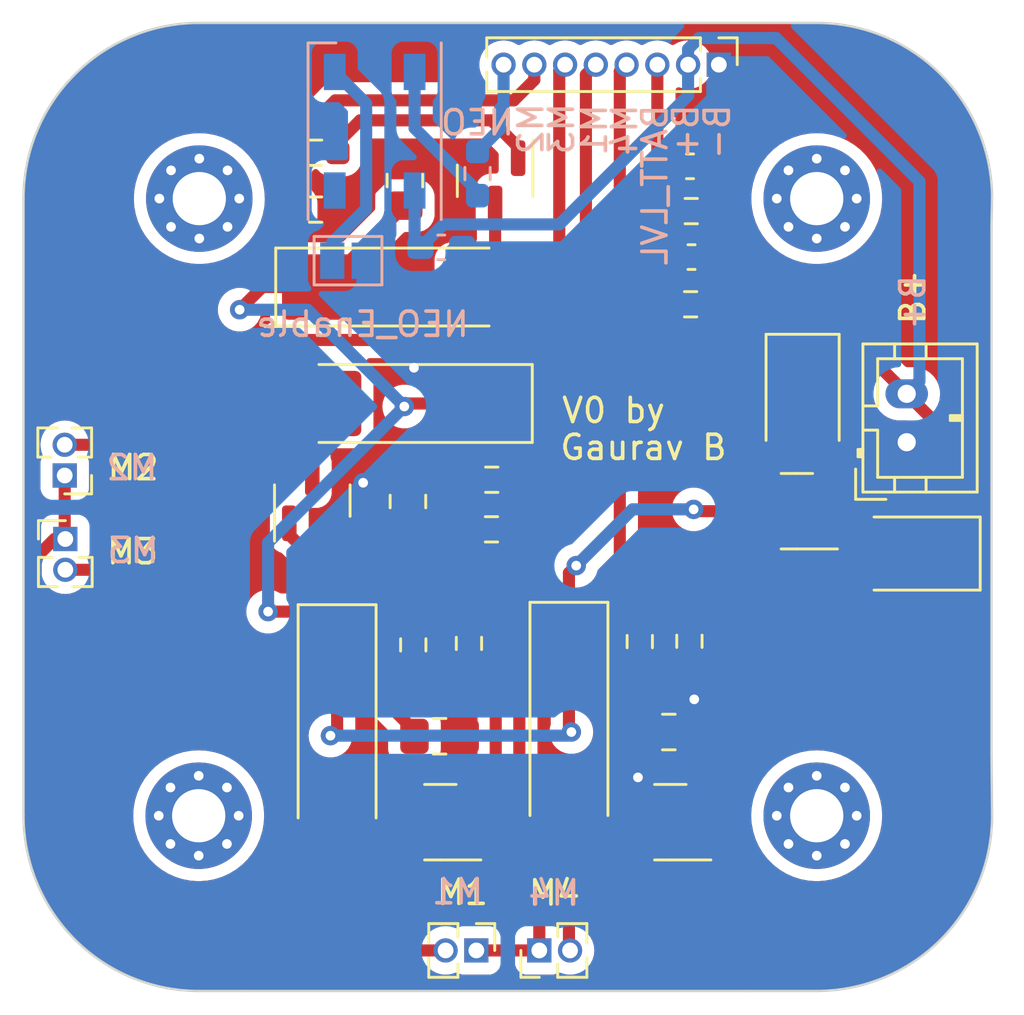
<source format=kicad_pcb>
(kicad_pcb (version 20221018) (generator pcbnew)
  (layers (0 "F.Cu" signal) (31 "B.Cu" signal) (34 "B.Paste" user) (35 "F.Paste" user) (36 "B.SilkS" user "B.Silkscreen") (37 "F.SilkS" user "F.Silkscreen") (38 "B.Mask" user) (39 "F.Mask" user) (44 "Edge.Cuts" user))
  (net 0 "")
  (net 1 "VMOT")
  (net 2 "Net-(D3-A)")
  (net 3 "Net-(D4-A)")
  (net 4 "Net-(D5-A)")
  (net 5 "Net-(D6-A)")
  (net 7 "Net-(D9-VSS)")
  (net 8 "Net-(D9-DIN)")
  (net 9 "-BATT")
  (net 10 "Net-(Q1-G)")
  (net 11 "Net-(Q2-G)")
  (net 12 "Net-(Q3-G)")
  (net 13 "Net-(Q4-G)")
  (net 14 "+BATT")
  (net 15 "BATT LVL")
  (net 16 "M4")
  (net 17 "M1")
  (net 18 "M2")
  (net 19 "M3")
  (net 20 "D4 IN")
  (footprint "Resistor_SMD:R_0603_1608Metric_Pad0.98x0.95mm_HandSolder" (layer "F.Cu") (at 211.712499 38.349999)
    (fp_text reference "R8" hide)
    (fp_text value "10k")
    (pad "1" smd roundrect (at -0.9125 0) (size 0.975 0.95) (layers "F.Cu" "F.Paste" "F.Mask") (net 9 "-BATT"))
    (pad "2" smd roundrect (at 0.9125 0) (size 0.975 0.95) (layers "F.Cu" "F.Paste" "F.Mask") (net 19 "M3"))
  )
  (footprint "Connector_JST:JST_PH_B2B-PH-K_1x02_P2.00mm_Vertical" (layer "F.Cu") (at 228.85 36.8 90)
    (fp_text reference "B+" (at 6 0.25 90) (layer "F.SilkS"))
    (fp_text value "PWR")
    (pad "1" thru_hole roundrect (at 0 0 90) (size 1.2 1.75) (drill 0.75) (layers "*.Cu" "*.Mask") (roundrect_rratio 0.2083333333) (net 9 "-BATT"))
    (pad "2" thru_hole oval (at 2 0 90) (size 1.2 1.75) (drill 0.75) (layers "*.Cu" "*.Mask") (net 14 "+BATT"))
  )
  (footprint "Resistor_SMD:R_0603_1608Metric_Pad0.98x0.95mm_HandSolder" (layer "F.Cu") (at 219.95 27.25)
    (fp_text reference "R13" hide)
    (fp_text value "33k")
    (pad "1" smd roundrect (at -0.9125 0) (size 0.975 0.95) (layers "F.Cu" "F.Paste" "F.Mask") (net 15 "BATT LVL"))
    (pad "2" smd roundrect (at 0.9125 0) (size 0.975 0.95) (layers "F.Cu" "F.Paste" "F.Mask") (net 9 "-BATT"))
  )
  (footprint "Diode_SMD:D_MELF_Handsoldering" (layer "F.Cu") (at 205.324999 48.924999 -90)
    (fp_text reference "D3" hide)
    (fp_text value "SS34")
    (pad "1" smd roundrect (at -3.4 0 270) (size 3.5 2.7) (layers "F.Cu" "F.Paste" "F.Mask") (roundrect_rratio 0.09259259259) (net 1 "VMOT"))
    (pad "2" smd roundrect (at 3.4 0 270) (size 3.5 2.7) (layers "F.Cu" "F.Paste" "F.Mask") (roundrect_rratio 0.09259259259) (net 2 "Net-(D3-A)"))
  )
  (footprint "Capacitor_SMD:C_0603_1608Metric_Pad1.08x0.95mm_HandSolder" (layer "F.Cu") (at 219.899999 25.4 180)
    (fp_text reference "C18" hide)
    (fp_text value "100nf")
    (pad "1" smd roundrect (at -0.8625 0 180) (size 1.075 0.95) (layers "F.Cu" "F.Paste" "F.Mask") (net 9 "-BATT"))
    (pad "2" smd roundrect (at 0.8625 0 180) (size 1.075 0.95) (layers "F.Cu" "F.Paste" "F.Mask") (net 15 "BATT LVL"))
  )
  (footprint "Resistor_SMD:R_0603_1608Metric_Pad0.98x0.95mm_HandSolder" (layer "F.Cu") (at 204.437498 24.8375 180)
    (fp_text reference "R7" hide)
    (fp_text value "100")
    (pad "1" smd roundrect (at -0.9125 0 180) (size 0.975 0.95) (layers "F.Cu" "F.Paste" "F.Mask") (net 11 "Net-(Q2-G)"))
    (pad "2" smd roundrect (at 0.9125 0 180) (size 0.975 0.95) (layers "F.Cu" "F.Paste" "F.Mask") (net 18 "M2"))
  )
  (footprint "Package_TO_SOT_SMD:SOT-23" (layer "F.Cu") (at 211.85 26 -90)
    (fp_text reference "Q2" hide)
    (fp_text value "AO3400A")
    (pad "1" smd roundrect (at -0.9375 -0.95 270) (size 1.475 0.6) (layers "F.Cu" "F.Paste" "F.Mask") (net 11 "Net-(Q2-G)"))
    (pad "2" smd roundrect (at -0.9375 0.95 270) (size 1.475 0.6) (layers "F.Cu" "F.Paste" "F.Mask") (net 9 "-BATT"))
    (pad "3" smd roundrect (at 0.9375 0 270) (size 1.475 0.6) (layers "F.Cu" "F.Paste" "F.Mask") (net 3 "Net-(D4-A)"))
  )
  (footprint "Connector_PinHeader_1.27mm:PinHeader_1x02_P1.27mm_Vertical" (layer "F.Cu") (at 194.1 40.800001)
    (fp_text reference "M3" (at 2.775 0.524999) (layer "F.SilkS"))
    (fp_text value "Motor3")
    (pad "1" thru_hole rect (at 0 0) (size 1 1) (drill 0.65) (layers "*.Cu" "*.Mask") (net 1 "VMOT"))
    (pad "2" thru_hole oval (at 0 1.27) (size 1 1) (drill 0.65) (layers "*.Cu" "*.Mask") (net 4 "Net-(D5-A)"))
  )
  (footprint "MountingHole:MountingHole_2.2mm_M2_Pad_Via" (layer "F.Cu") (at 199.608274 52.233274)
    (fp_text reference "H6" hide)
    (fp_text value "MountingHole")
    (pad "1" thru_hole circle (at -1.65 0) (size 0.7 0.7) (drill 0.4) (layers "*.Cu" "*.Mask"))
    (pad "1" thru_hole circle (at -1.166726 -1.166726) (size 0.7 0.7) (drill 0.4) (layers "*.Cu" "*.Mask"))
    (pad "1" thru_hole circle (at -1.166726 1.166726) (size 0.7 0.7) (drill 0.4) (layers "*.Cu" "*.Mask"))
    (pad "1" thru_hole circle (at 0 -1.65) (size 0.7 0.7) (drill 0.4) (layers "*.Cu" "*.Mask"))
    (pad "1" thru_hole circle (at 0 0) (size 4.4 4.4) (drill 2.2) (layers "*.Cu" "*.Mask"))
    (pad "1" thru_hole circle (at 0 1.65) (size 0.7 0.7) (drill 0.4) (layers "*.Cu" "*.Mask"))
    (pad "1" thru_hole circle (at 1.166726 -1.166726) (size 0.7 0.7) (drill 0.4) (layers "*.Cu" "*.Mask"))
    (pad "1" thru_hole circle (at 1.166726 1.166726) (size 0.7 0.7) (drill 0.4) (layers "*.Cu" "*.Mask"))
    (pad "1" thru_hole circle (at 1.65 0) (size 0.7 0.7) (drill 0.4) (layers "*.Cu" "*.Mask"))
  )
  (footprint "Diode_SMD:D_MELF_Handsoldering" (layer "F.Cu") (at 208.199998 30.3875)
    (fp_text reference "D4" hide)
    (fp_text value "SS34")
    (pad "1" smd roundrect (at -3.4 0) (size 3.5 2.7) (layers "F.Cu" "F.Paste" "F.Mask") (roundrect_rratio 0.09259259259) (net 1 "VMOT"))
    (pad "2" smd roundrect (at 3.4 0) (size 3.5 2.7) (layers "F.Cu" "F.Paste" "F.Mask") (roundrect_rratio 0.09259259259) (net 3 "Net-(D4-A)"))
  )
  (footprint "Resistor_SMD:R_0603_1608Metric_Pad0.98x0.95mm_HandSolder" (layer "F.Cu") (at 210.769998 45.1125 90)
    (fp_text reference "R5" hide)
    (fp_text value "100")
    (pad "1" smd roundrect (at -0.9125 0 90) (size 0.975 0.95) (layers "F.Cu" "F.Paste" "F.Mask") (net 10 "Net-(Q1-G)"))
    (pad "2" smd roundrect (at 0.9125 0 90) (size 0.975 0.95) (layers "F.Cu" "F.Paste" "F.Mask") (net 17 "M1"))
  )
  (footprint "Resistor_SMD:R_0603_1608Metric_Pad0.98x0.95mm_HandSolder" (layer "F.Cu") (at 217.825002 45.0375 90)
    (fp_text reference "R10" hide)
    (fp_text value "10k")
    (pad "1" smd roundrect (at -0.9125 0 90) (size 0.975 0.95) (layers "F.Cu" "F.Paste" "F.Mask") (net 9 "-BATT"))
    (pad "2" smd roundrect (at 0.9125 0 90) (size 0.975 0.95) (layers "F.Cu" "F.Paste" "F.Mask") (net 16 "M4"))
  )
  (footprint "Package_TO_SOT_SMD:SOT-23" (layer "F.Cu") (at 204.300001 39.2125 90)
    (fp_text reference "Q3" hide)
    (fp_text value "AO3400A")
    (pad "1" smd roundrect (at -0.9375 -0.95 90) (size 1.475 0.6) (layers "F.Cu" "F.Paste" "F.Mask") (net 12 "Net-(Q3-G)"))
    (pad "2" smd roundrect (at -0.9375 0.95 90) (size 1.475 0.6) (layers "F.Cu" "F.Paste" "F.Mask") (net 9 "-BATT"))
    (pad "3" smd roundrect (at 0.9375 0 90) (size 1.475 0.6) (layers "F.Cu" "F.Paste" "F.Mask") (net 4 "Net-(D5-A)"))
  )
  (footprint "Capacitor_SMD:C_0805_2012Metric_Pad1.18x1.45mm_HandSolder" (layer "F.Cu") (at 209.557498 48.95 180)
    (fp_text reference "C10" hide)
    (fp_text value "22uf")
    (pad "1" smd roundrect (at -1.0375 0 180) (size 1.175 1.45) (layers "F.Cu" "F.Paste" "F.Mask") (roundrect_rratio 0.2127659574) (net 9 "-BATT"))
    (pad "2" smd roundrect (at 1.0375 0 180) (size 1.175 1.45) (layers "F.Cu" "F.Paste" "F.Mask") (roundrect_rratio 0.2127659574) (net 1 "VMOT"))
  )
  (footprint "Package_TO_SOT_SMD:SOT-23" (layer "F.Cu") (at 219.0875 52.5 180)
    (fp_text reference "Q4" hide)
    (fp_text value "AO3400A")
    (pad "1" smd roundrect (at -0.9375 -0.95 180) (size 1.475 0.6) (layers "F.Cu" "F.Paste" "F.Mask") (net 13 "Net-(Q4-G)"))
    (pad "2" smd roundrect (at -0.9375 0.95 180) (size 1.475 0.6) (layers "F.Cu" "F.Paste" "F.Mask") (net 9 "-BATT"))
    (pad "3" smd roundrect (at 0.9375 0 180) (size 1.475 0.6) (layers "F.Cu" "F.Paste" "F.Mask") (net 5 "Net-(D6-A)"))
  )
  (footprint "MountingHole:MountingHole_2.2mm_M2_Pad_Via" (layer "F.Cu") (at 225.133274 52.233274)
    (fp_text reference "H7" hide)
    (fp_text value "MountingHole")
    (pad "1" thru_hole circle (at -1.65 0) (size 0.7 0.7) (drill 0.4) (layers "*.Cu" "*.Mask"))
    (pad "1" thru_hole circle (at -1.166726 -1.166726) (size 0.7 0.7) (drill 0.4) (layers "*.Cu" "*.Mask"))
    (pad "1" thru_hole circle (at -1.166726 1.166726) (size 0.7 0.7) (drill 0.4) (layers "*.Cu" "*.Mask"))
    (pad "1" thru_hole circle (at 0 -1.65) (size 0.7 0.7) (drill 0.4) (layers "*.Cu" "*.Mask"))
    (pad "1" thru_hole circle (at 0 0) (size 4.4 4.4) (drill 2.2) (layers "*.Cu" "*.Mask"))
    (pad "1" thru_hole circle (at 0 1.65) (size 0.7 0.7) (drill 0.4) (layers "*.Cu" "*.Mask"))
    (pad "1" thru_hole circle (at 1.166726 -1.166726) (size 0.7 0.7) (drill 0.4) (layers "*.Cu" "*.Mask"))
    (pad "1" thru_hole circle (at 1.166726 1.166726) (size 0.7 0.7) (drill 0.4) (layers "*.Cu" "*.Mask"))
    (pad "1" thru_hole circle (at 1.65 0) (size 0.7 0.7) (drill 0.4) (layers "*.Cu" "*.Mask"))
  )
  (footprint "MountingHole:MountingHole_2.2mm_M2_Pad_Via" (layer "F.Cu") (at 199.633274 26.733274)
    (fp_text reference "H5" hide)
    (fp_text value "MountingHole")
    (pad "1" thru_hole circle (at -1.65 0) (size 0.7 0.7) (drill 0.4) (layers "*.Cu" "*.Mask"))
    (pad "1" thru_hole circle (at -1.166726 -1.166726) (size 0.7 0.7) (drill 0.4) (layers "*.Cu" "*.Mask"))
    (pad "1" thru_hole circle (at -1.166726 1.166726) (size 0.7 0.7) (drill 0.4) (layers "*.Cu" "*.Mask"))
    (pad "1" thru_hole circle (at 0 -1.65) (size 0.7 0.7) (drill 0.4) (layers "*.Cu" "*.Mask"))
    (pad "1" thru_hole circle (at 0 0) (size 4.4 4.4) (drill 2.2) (layers "*.Cu" "*.Mask"))
    (pad "1" thru_hole circle (at 0 1.65) (size 0.7 0.7) (drill 0.4) (layers "*.Cu" "*.Mask"))
    (pad "1" thru_hole circle (at 1.166726 -1.166726) (size 0.7 0.7) (drill 0.4) (layers "*.Cu" "*.Mask"))
    (pad "1" thru_hole circle (at 1.166726 1.166726) (size 0.7 0.7) (drill 0.4) (layers "*.Cu" "*.Mask"))
    (pad "1" thru_hole circle (at 1.65 0) (size 0.7 0.7) (drill 0.4) (layers "*.Cu" "*.Mask"))
  )
  (footprint "Capacitor_Tantalum_SMD:CP_EIA-3528-12_Kemet-T_Pad1.50x2.35mm_HandSolder" (layer "F.Cu") (at 224.55 34.975 -90)
    (fp_text reference "C14" hide)
    (fp_text value "100uf")
    (pad "1" smd roundrect (at -1.625 0 270) (size 1.5 2.35) (layers "F.Cu" "F.Paste" "F.Mask") (roundrect_rratio 0.1666673333) (net 14 "+BATT"))
    (pad "2" smd roundrect (at 1.625 0 270) (size 1.5 2.35) (layers "F.Cu" "F.Paste" "F.Mask") (roundrect_rratio 0.1666673333) (net 9 "-BATT"))
  )
  (footprint "Capacitor_SMD:C_0603_1608Metric_Pad1.08x0.95mm_HandSolder" (layer "F.Cu") (at 219.962499 29.15 180)
    (fp_text reference "C17" hide)
    (fp_text value "10uf")
    (pad "1" smd roundrect (at -0.8625 0 180) (size 1.075 0.95) (layers "F.Cu" "F.Paste" "F.Mask") (net 9 "-BATT"))
    (pad "2" smd roundrect (at 0.8625 0 180) (size 1.075 0.95) (layers "F.Cu" "F.Paste" "F.Mask") (net 14 "+BATT"))
  )
  (footprint "Capacitor_SMD:C_0805_2012Metric_Pad1.18x1.45mm_HandSolder" (layer "F.Cu") (at 208.25 39.249999 90)
    (fp_text reference "C12" hide)
    (fp_text value "22uf")
    (pad "1" smd roundrect (at -1.0375 0 90) (size 1.175 1.45) (layers "F.Cu" "F.Paste" "F.Mask") (roundrect_rratio 0.2127659574) (net 9 "-BATT"))
    (pad "2" smd roundrect (at 1.0375 0 90) (size 1.175 1.45) (layers "F.Cu" "F.Paste" "F.Mask") (roundrect_rratio 0.2127659574) (net 1 "VMOT"))
  )
  (footprint "Package_TO_SOT_SMD:SOT-23" (layer "F.Cu") (at 209.5875 52.5 180)
    (fp_text reference "Q1" hide)
    (fp_text value "AO3400A")
    (pad "1" smd roundrect (at -0.9375 -0.95 180) (size 1.475 0.6) (layers "F.Cu" "F.Paste" "F.Mask") (net 10 "Net-(Q1-G)"))
    (pad "2" smd roundrect (at -0.9375 0.95 180) (size 1.475 0.6) (layers "F.Cu" "F.Paste" "F.Mask") (net 9 "-BATT"))
    (pad "3" smd roundrect (at 0.9375 0 180) (size 1.475 0.6) (layers "F.Cu" "F.Paste" "F.Mask") (net 2 "Net-(D3-A)"))
  )
  (footprint "Resistor_SMD:R_0603_1608Metric_Pad0.98x0.95mm_HandSolder" (layer "F.Cu") (at 219.875 45.025 90)
    (fp_text reference "R11" hide)
    (fp_text value "100")
    (pad "1" smd roundrect (at -0.9125 0 90) (size 0.975 0.95) (layers "F.Cu" "F.Paste" "F.Mask") (net 13 "Net-(Q4-G)"))
    (pad "2" smd roundrect (at 0.9125 0 90) (size 0.975 0.95) (layers "F.Cu" "F.Paste" "F.Mask") (net 16 "M4"))
  )
  (footprint "Resistor_SMD:R_0603_1608Metric_Pad0.98x0.95mm_HandSolder" (layer "F.Cu") (at 219.925 31.1 180)
    (fp_text reference "R12" hide)
    (fp_text value "100k")
    (pad "1" smd roundrect (at -0.9125 0 180) (size 0.975 0.95) (layers "F.Cu" "F.Paste" "F.Mask") (net 14 "+BATT"))
    (pad "2" smd roundrect (at 0.9125 0 180) (size 0.975 0.95) (layers "F.Cu" "F.Paste" "F.Mask") (net 15 "BATT LVL"))
  )
  (footprint "Diode_SMD:D_MELF_Handsoldering" (layer "F.Cu") (at 214.9 48.825 -90)
    (fp_text reference "D6" hide)
    (fp_text value "SS34")
    (pad "1" smd roundrect (at -3.4 0 270) (size 3.5 2.7) (layers "F.Cu" "F.Paste" "F.Mask") (roundrect_rratio 0.09259259259) (net 1 "VMOT"))
    (pad "2" smd roundrect (at 3.4 0 270) (size 3.5 2.7) (layers "F.Cu" "F.Paste" "F.Mask") (roundrect_rratio 0.09259259259) (net 5 "Net-(D6-A)"))
  )
  (footprint "Connector_PinHeader_1.27mm:PinHeader_1x08_P1.27mm_Vertical" (layer "F.Cu") (at 221.09 21.2 -90)
    (fp_text reference "NEO" (at 2.4 9.965) (layer "B.SilkS") (effects (justify mirror)))
    (fp_text value "POWER")
    (pad "1" thru_hole rect (at 0 0 270) (size 1 1) (drill 0.65) (layers "*.Cu" "*.Mask") (net 9 "-BATT"))
    (pad "2" thru_hole oval (at 0 1.27 270) (size 1 1) (drill 0.65) (layers "*.Cu" "*.Mask") (net 14 "+BATT"))
    (pad "3" thru_hole oval (at 0 2.54 270) (size 1 1) (drill 0.65) (layers "*.Cu" "*.Mask") (net 15 "BATT LVL"))
    (pad "4" thru_hole oval (at 0 3.81 270) (size 1 1) (drill 0.65) (layers "*.Cu" "*.Mask") (net 16 "M4"))
    (pad "5" thru_hole oval (at 0 5.08 270) (size 1 1) (drill 0.65) (layers "*.Cu" "*.Mask") (net 17 "M1"))
    (pad "6" thru_hole oval (at 0 6.35 270) (size 1 1) (drill 0.65) (layers "*.Cu" "*.Mask") (net 19 "M3"))
    (pad "7" thru_hole oval (at 0 7.62 270) (size 1 1) (drill 0.65) (layers "*.Cu" "*.Mask") (net 18 "M2"))
    (pad "8" thru_hole oval (at 0 8.89 270) (size 1 1) (drill 0.65) (layers "*.Cu" "*.Mask") (net 20 "D4 IN"))
  )
  (footprint "Connector_PinHeader_1.27mm:PinHeader_1x02_P1.27mm_Vertical" (layer "F.Cu") (at 194.075 38.175 180)
    (fp_text reference "M2" (at -2.825 0.325) (layer "F.SilkS"))
    (fp_text value "Motor2")
    (pad "1" thru_hole rect (at 0 0 180) (size 1 1) (drill 0.65) (layers "*.Cu" "*.Mask") (net 1 "VMOT"))
    (pad "2" thru_hole oval (at 0 1.27 180) (size 1 1) (drill 0.65) (layers "*.Cu" "*.Mask") (net 3 "Net-(D4-A)"))
  )
  (footprint "Package_TO_SOT_SMD:SOT-23" (layer "F.Cu") (at 224.3125 39.65 180)
    (fp_text reference "Q5" hide)
    (fp_text value "AO3401A")
    (pad "1" smd roundrect (at -0.9375 -0.95 180) (size 1.475 0.6) (layers "F.Cu" "F.Paste" "F.Mask") (net 9 "-BATT"))
    (pad "2" smd roundrect (at -0.9375 0.95 180) (size 1.475 0.6) (layers "F.Cu" "F.Paste" "F.Mask") (net 14 "+BATT"))
    (pad "3" smd roundrect (at 0.9375 0 180) (size 1.475 0.6) (layers "F.Cu" "F.Paste" "F.Mask") (net 1 "VMOT"))
  )
  (footprint "Connector_PinHeader_1.27mm:PinHeader_1x02_P1.27mm_Vertical" (layer "F.Cu") (at 211.075 57.8 -90)
    (fp_text reference "M1" (at -2.4 0.575) (layer "F.SilkS"))
    (fp_text value "Motor1")
    (pad "1" thru_hole rect (at 0 0 270) (size 1 1) (drill 0.65) (layers "*.Cu" "*.Mask") (net 1 "VMOT"))
    (pad "2" thru_hole oval (at 0 1.27 270) (size 1 1) (drill 0.65) (layers "*.Cu" "*.Mask") (net 2 "Net-(D3-A)"))
  )
  (footprint "Capacitor_SMD:C_0805_2012Metric_Pad1.18x1.45mm_HandSolder" (layer "F.Cu") (at 219.025 48.775 180)
    (fp_text reference "C13" hide)
    (fp_text value "22uf")
    (pad "1" smd roundrect (at -1.0375 0 180) (size 1.175 1.45) (layers "F.Cu" "F.Paste" "F.Mask") (roundrect_rratio 0.2127659574) (net 9 "-BATT"))
    (pad "2" smd roundrect (at 1.0375 0 180) (size 1.175 1.45) (layers "F.Cu" "F.Paste" "F.Mask") (roundrect_rratio 0.2127659574) (net 1 "VMOT"))
  )
  (footprint "Resistor_SMD:R_0603_1608Metric_Pad0.98x0.95mm_HandSolder" (layer "F.Cu") (at 204.437498 27.1875 180)
    (fp_text reference "R6" hide)
    (fp_text value "10k")
    (pad "1" smd roundrect (at -0.9125 0 180) (size 0.975 0.95) (layers "F.Cu" "F.Paste" "F.Mask") (net 9 "-BATT"))
    (pad "2" smd roundrect (at 0.9125 0 180) (size 0.975 0.95) (layers "F.Cu" "F.Paste" "F.Mask") (net 18 "M2"))
  )
  (footprint "Capacitor_Tantalum_SMD:CP_EIA-3528-12_Kemet-T_Pad1.50x2.35mm_HandSolder" (layer "F.Cu") (at 229.250001 41.4 180)
    (fp_text reference "C15" hide)
    (fp_text value "100uf")
    (pad "1" smd roundrect (at -1.625 0 180) (size 1.5 2.35) (layers "F.Cu" "F.Paste" "F.Mask") (roundrect_rratio 0.1666673333) (net 14 "+BATT"))
    (pad "2" smd roundrect (at 1.625 0 180) (size 1.5 2.35) (layers "F.Cu" "F.Paste" "F.Mask") (roundrect_rratio 0.1666673333) (net 9 "-BATT"))
  )
  (footprint "Resistor_SMD:R_0603_1608Metric_Pad0.98x0.95mm_HandSolder" (layer "F.Cu") (at 211.7 40.4)
    (fp_text reference "R9" hide)
    (fp_text value "100")
    (pad "1" smd roundrect (at -0.9125 0) (size 0.975 0.95) (layers "F.Cu" "F.Paste" "F.Mask") (net 12 "Net-(Q3-G)"))
    (pad "2" smd roundrect (at 0.9125 0) (size 0.975 0.95) (layers "F.Cu" "F.Paste" "F.Mask") (net 19 "M3"))
  )
  (footprint "Connector_PinHeader_1.27mm:PinHeader_1x02_P1.27mm_Vertical" (layer "F.Cu") (at 213.675 57.8 90)
    (fp_text reference "M4" (at 2.375 0.625) (layer "F.SilkS"))
    (fp_text value "Motor4")
    (pad "1" thru_hole rect (at 0 0 90) (size 1 1) (drill 0.65) (layers "*.Cu" "*.Mask") (net 1 "VMOT"))
    (pad "2" thru_hole oval (at 0 1.27 90) (size 1 1) (drill 0.65) (layers "*.Cu" "*.Mask") (net 5 "Net-(D6-A)"))
  )
  (footprint "Diode_SMD:D_MELF_Handsoldering" (layer "F.Cu") (at 207.975 35.2 180)
    (fp_text reference "D5" hide)
    (fp_text value "SS34")
    (pad "1" smd roundrect (at -3.4 0 180) (size 3.5 2.7) (layers "F.Cu" "F.Paste" "F.Mask") (roundrect_rratio 0.09259259259) (net 1 "VMOT"))
    (pad "2" smd roundrect (at 3.4 0 180) (size 3.5 2.7) (layers "F.Cu" "F.Paste" "F.Mask") (roundrect_rratio 0.09259259259) (net 4 "Net-(D5-A)"))
  )
  (footprint "Capacitor_SMD:C_0805_2012Metric_Pad1.18x1.45mm_HandSolder" (layer "F.Cu") (at 208.124998 25.9875 -90)
    (fp_text reference "C11" hide)
    (fp_text value "22uf")
    (pad "1" smd roundrect (at -1.0375 0 270) (size 1.175 1.45) (layers "F.Cu" "F.Paste" "F.Mask") (roundrect_rratio 0.2127659574) (net 9 "-BATT"))
    (pad "2" smd roundrect (at 1.0375 0 270) (size 1.175 1.45) (layers "F.Cu" "F.Paste" "F.Mask") (roundrect_rratio 0.2127659574) (net 1 "VMOT"))
  )
  (footprint "MountingHole:MountingHole_2.2mm_M2_Pad_Via" (layer "F.Cu") (at 225.133274 26.733274)
    (fp_text reference "H8" hide)
    (fp_text value "MountingHole")
    (pad "1" thru_hole circle (at -1.65 0) (size 0.7 0.7) (drill 0.4) (layers "*.Cu" "*.Mask"))
    (pad "1" thru_hole circle (at -1.166726 -1.166726) (size 0.7 0.7) (drill 0.4) (layers "*.Cu" "*.Mask"))
    (pad "1" thru_hole circle (at -1.166726 1.166726) (size 0.7 0.7) (drill 0.4) (layers "*.Cu" "*.Mask"))
    (pad "1" thru_hole circle (at 0 -1.65) (size 0.7 0.7) (drill 0.4) (layers "*.Cu" "*.Mask"))
    (pad "1" thru_hole circle (at 0 0) (size 4.4 4.4) (drill 2.2) (layers "*.Cu" "*.Mask"))
    (pad "1" thru_hole circle (at 0 1.65) (size 0.7 0.7) (drill 0.4) (layers "*.Cu" "*.Mask"))
    (pad "1" thru_hole circle (at 1.166726 -1.166726) (size 0.7 0.7) (drill 0.4) (layers "*.Cu" "*.Mask"))
    (pad "1" thru_hole circle (at 1.166726 1.166726) (size 0.7 0.7) (drill 0.4) (layers "*.Cu" "*.Mask"))
    (pad "1" thru_hole circle (at 1.65 0) (size 0.7 0.7) (drill 0.4) (layers "*.Cu" "*.Mask"))
  )
  (footprint "Resistor_SMD:R_0603_1608Metric_Pad0.98x0.95mm_HandSolder" (layer "F.Cu") (at 208.469998 45.175 90)
    (fp_text reference "R4" hide)
    (fp_text value "10k")
    (pad "1" smd roundrect (at -0.9125 0 90) (size 0.975 0.95) (layers "F.Cu" "F.Paste" "F.Mask") (net 9 "-BATT"))
    (pad "2" smd roundrect (at 0.9125 0 90) (size 0.975 0.95) (layers "F.Cu" "F.Paste" "F.Mask") (net 17 "M1"))
  )
  (footprint "LED_SMD:LED_WS2812B_PLCC4_5.0x5.0mm_P3.2mm" (layer "B.Cu") (at 206.875 23.95 90)
    (fp_text reference "D9" hide)
    (fp_text value "WS2812B")
    (pad "1" smd rect (at -2.45 1.65 90) (size 1.5 0.9) (layers "B.Cu" "B.Paste" "B.Mask") (net 14 "+BATT"))
    (pad "2" smd rect (at -2.45 -1.65 90) (size 1.5 0.9) (layers "B.Cu" "B.Paste" "B.Mask"))
    (pad "3" smd rect (at 2.45 -1.65 90) (size 1.5 0.9) (layers "B.Cu" "B.Paste" "B.Mask") (net 7 "Net-(D9-VSS)"))
    (pad "4" smd rect (at 2.45 1.65 90) (size 1.5 0.9) (layers "B.Cu" "B.Paste" "B.Mask") (net 8 "Net-(D9-DIN)"))
  )
  (footprint "Resistor_SMD:R_0603_1608Metric_Pad0.98x0.95mm_HandSolder" (layer "B.Cu") (at 211.125 25.7 -90)
    (fp_text reference "R14" hide)
    (fp_text value "390")
    (pad "1" smd roundrect (at -0.9125 0 270) (size 0.975 0.95) (layers "B.Cu" "B.Paste" "B.Mask") (net 20 "D4 IN"))
    (pad "2" smd roundrect (at 0.9125 0 270) (size 0.975 0.95) (layers "B.Cu" "B.Paste" "B.Mask") (net 8 "Net-(D9-DIN)"))
  )
  (footprint "Jumper:SolderJumper-2_P1.3mm_Open_Pad1.0x1.5mm" (layer "B.Cu") (at 205.775 29.3)
    (fp_text reference "NEO_Enable" (at 0.6 2.625) (layer "B.SilkS") (effects (justify mirror)))
    (fp_text value "LED ON OFF")
    (pad "1" smd rect (at -0.65 0) (size 1 1.5) (layers "B.Cu" "B.Mask") (net 7 "Net-(D9-VSS)"))
    (pad "2" smd rect (at 0.65 0) (size 1 1.5) (layers "B.Cu" "B.Mask") (net 9 "-BATT"))
  )
  (footprint "Capacitor_SMD:C_0603_1608Metric_Pad1.08x0.95mm_HandSolder" (layer "B.Cu") (at 209.625 28.75 180)
    (fp_text reference "C19" hide)
    (fp_text value "100nf")
    (pad "1" smd roundrect (at -0.8625 0 180) (size 1.075 0.95) (layers "B.Cu" "B.Paste" "B.Mask") (net 9 "-BATT"))
    (pad "2" smd roundrect (at 0.8625 0 180) (size 1.075 0.95) (layers "B.Cu" "B.Paste" "B.Mask") (net 14 "+BATT"))
  )
  (gr_line (start 232.35 27.825) (end 232.35 49.675) (stroke (width 0.1)) (layer "Edge.Cuts"))
  (gr_line (start 222.375 59.475) (end 225.125 59.475) (stroke (width 0.1)) (layer "Edge.Cuts"))
  (gr_line (start 232.375 26.725) (end 232.35 27.825) (stroke (width 0.1)) (layer "Edge.Cuts"))
  (gr_arc (start 199.625 59.475) (mid 194.498507 57.351507) (end 192.375 52.225) (stroke (width 0.1)) (layer "Edge.Cuts"))
  (gr_line (start 199.625 19.475) (end 225.125 19.475) (stroke (width 0.1)) (layer "Edge.Cuts"))
  (gr_arc (start 225.125 19.475) (mid 230.251555 21.598459) (end 232.375 26.725) (stroke (width 0.1)) (layer "Edge.Cuts"))
  (gr_line (start 199.625 59.475) (end 201.35 59.475) (stroke (width 0.1)) (layer "Edge.Cuts"))
  (gr_line (start 232.35 49.675) (end 232.375 52.225) (stroke (width 0.1)) (layer "Edge.Cuts"))
  (gr_line (start 192.375 26.725) (end 192.375 52.225) (stroke (width 0.1)) (layer "Edge.Cuts"))
  (gr_arc (start 192.375 26.725) (mid 194.498473 21.598459) (end 199.625 19.475) (stroke (width 0.1)) (layer "Edge.Cuts"))
  (gr_line (start 201.35 59.475) (end 222.375 59.475) (stroke (width 0.1)) (layer "Edge.Cuts"))
  (gr_arc (start 232.375 52.225) (mid 230.251521 57.351507) (end 225.125 59.475) (stroke (width 0.1)) (layer "Edge.Cuts"))
  (gr_text "BATT_LVL" (at 218.45 26.175 90) (layer "B.SilkS") (effects (font (size 1 1)) (justify mirror)))
  (gr_text "M4\n" (at 217.2 23.9 90) (layer "B.SilkS") (effects (font (size 1 1)) (justify mirror)))
  (gr_text "B-\n" (at 221.025 23.975 90) (layer "B.SilkS") (effects (font (size 1 1)) (justify mirror)))
  (gr_text "M1" (at 215.95 23.9 90) (layer "B.SilkS") (effects (font (size 1 1)) (justify mirror)))
  (gr_text "M3\n\n" (at 215.4 23.85 90) (layer "B.SilkS") (effects (font (size 1 1)) (justify mirror)))
  (gr_text "B+\n" (at 219.725 23.975 90) (layer "B.SilkS") (effects (font (size 1 1)) (justify mirror)))
  (gr_text "M3" (at 196.9 41.275) (layer "B.SilkS") (effects (font (size 1 1)) (justify mirror)))
  (gr_text "M1" (at 210.3 55.375) (layer "B.SilkS") (effects (font (size 1 1)) (justify mirror)))
  (gr_text "M4" (at 214.275 55.425) (layer "B.SilkS") (effects (font (size 1 1)) (justify mirror)))
  (gr_text "M2" (at 196.85 37.85) (layer "B.SilkS") (effects (font (size 1 1)) (justify mirror)))
  (gr_text "B+" (at 229.1 31.025 90) (layer "B.SilkS") (effects (font (size 1 1)) (justify mirror)))
  (gr_text "M2\n" (at 213.325 23.85 90) (layer "B.SilkS") (effects (font (size 1 1)) (justify mirror)))
  (gr_text "Gaurav B" (at 214.45 37.6) (layer "F.SilkS") (effects (font (size 1 1)) (justify left bottom)))
  (gr_text "V0 by" (at 214.525 36.075) (layer "F.SilkS") (effects (font (size 1 1)) (justify left bottom)))
  (segment (start 193.649999 40.800001) (end 192.875 41.575) (width 0.5) (layer "F.Cu") (net 1))
  (segment (start 212.85 54.6) (end 212.85 47.475) (width 0.5) (layer "F.Cu") (net 1))
  (segment (start 214.9 45.425) (end 214.9 48.675) (width 0.5) (layer "F.Cu") (net 1))
  (segment (start 194.075 38.175) (end 194.075 40.775001) (width 0.5) (layer "F.Cu") (net 1))
  (segment (start 204.799998 30.3875) (end 202.2375 30.3875) (width 0.5) (layer "F.Cu") (net 1))
  (segment (start 214.9 45.6875) (end 217.9875 48.775) (width 0.5) (layer "F.Cu") (net 1))
  (segment (start 192.875 41.575) (end 192.875 43.45) (width 0.5) (layer "F.Cu") (net 1))
  (segment (start 205.324999 45.524999) (end 205.324999 48.650001) (width 0.5) (layer "F.Cu") (net 1))
  (segment (start 214.9 48.675) (end 215 48.775) (width 0.5) (layer "F.Cu") (net 1))
  (segment (start 205.324999 45.524999) (end 203.6 43.8) (width 0.5) (layer "F.Cu") (net 1))
  (segment (start 213.675 55.425) (end 212.85 54.6) (width 0.5) (layer "F.Cu") (net 1))
  (segment (start 223.375 39.65) (end 220.125 39.65) (width 0.5) (layer "F.Cu") (net 1))
  (segment (start 214.9 42.2) (end 215.2 41.9) (width 0.5) (layer "F.Cu") (net 1))
  (segment (start 212.85 47.475) (end 214.9 45.425) (width 0.5) (layer "F.Cu") (net 1))
  (segment (start 214.9 45.425) (end 214.9 42.2) (width 0.5) (layer "F.Cu") (net 1))
  (segment (start 208.362501 38.212499) (end 211.375 35.2) (width 0.5) (layer "F.Cu") (net 1))
  (segment (start 194.075 40.775001) (end 194.1 40.800001) (width 0.5) (layer "F.Cu") (net 1))
  (segment (start 192.875 43.45) (end 194.949999 45.524999) (width 0.5) (layer "F.Cu") (net 1))
  (segment (start 202.2375 30.3875) (end 201.3 31.325) (width 0.5) (layer "F.Cu") (net 1))
  (segment (start 213.675 57.8) (end 213.675 55.425) (width 0.5) (layer "F.Cu") (net 1))
  (segment (start 208.225 35.2) (end 208.1 35.325) (width 0.5) (layer "F.Cu") (net 1))
  (segment (start 204.799998 30.3875) (end 204.799998 30.35) (width 0.5) (layer "F.Cu") (net 1))
  (segment (start 194.1 40.800001) (end 193.649999 40.800001) (width 0.5) (layer "F.Cu") (net 1))
  (segment (start 208.25 38.212499) (end 208.362501 38.212499) (width 0.5) (layer "F.Cu") (net 1))
  (segment (start 208.519998 48.95) (end 208.519998 48.719998) (width 0.5) (layer "F.Cu") (net 1))
  (segment (start 208.519998 48.719998) (end 205.324999 45.524999) (width 0.5) (layer "F.Cu") (net 1))
  (segment (start 204.799998 30.35) (end 208.124998 27.025) (width 0.5) (layer "F.Cu") (net 1))
  (segment (start 220.125 39.65) (end 220.05 39.575) (width 0.5) (layer "F.Cu") (net 1))
  (segment (start 203.6 43.8) (end 202.475 43.8) (width 0.5) (layer "F.Cu") (net 1))
  (segment (start 205.324999 48.650001) (end 205.05 48.925) (width 0.5) (layer "F.Cu") (net 1))
  (segment (start 194.949999 45.524999) (end 205.324999 45.524999) (width 0.5) (layer "F.Cu") (net 1))
  (segment (start 211.075 57.8) (end 213.675 57.8) (width 0.5) (layer "F.Cu") (net 1))
  (segment (start 211.375 35.2) (end 208.225 35.2) (width 0.5) (layer "F.Cu") (net 1))
  (segment (start 214.9 45.425) (end 214.9 45.6875) (width 0.5) (layer "F.Cu") (net 1))
  (via (at 201.3 31.325) (size 0.8) (drill 0.4) (layers "F.Cu" "B.Cu") (net 1))
  (via (at 220.05 39.575) (size 0.8) (drill 0.4) (layers "F.Cu" "B.Cu") (net 1))
  (via (at 215 48.775) (size 0.8) (drill 0.4) (layers "F.Cu" "B.Cu") (net 1))
  (via (at 202.475 43.8) (size 0.8) (drill 0.4) (layers "F.Cu" "B.Cu") (net 1))
  (via (at 215.2 41.9) (size 0.8) (drill 0.4) (layers "F.Cu" "B.Cu") (net 1))
  (via (at 205.05 48.925) (size 0.8) (drill 0.4) (layers "F.Cu" "B.Cu") (net 1))
  (via (at 208.1 35.325) (size 0.8) (drill 0.4) (layers "F.Cu" "B.Cu") (net 1))
  (segment (start 204.1 31.325) (end 201.3 31.325) (width 0.5) (layer "B.Cu") (net 1))
  (segment (start 202.475 43.8) (end 202.475 40.95) (width 0.5) (layer "B.Cu") (net 1))
  (segment (start 202.475 40.95) (end 208.1 35.325) (width 0.5) (layer "B.Cu") (net 1))
  (segment (start 205.05 48.925) (end 214.85 48.925) (width 0.5) (layer "B.Cu") (net 1))
  (segment (start 214.85 48.925) (end 215 48.775) (width 0.5) (layer "B.Cu") (net 1))
  (segment (start 208.1 35.325) (end 204.1 31.325) (width 0.5) (layer "B.Cu") (net 1))
  (segment (start 217.525 39.575) (end 220.05 39.575) (width 0.5) (layer "B.Cu") (net 1))
  (segment (start 215.2 41.9) (end 217.525 39.575) (width 0.5) (layer "B.Cu") (net 1))
  (segment (start 208.7 57.8) (end 209.805 57.8) (width 0.5) (layer "F.Cu") (net 2))
  (segment (start 205.324999 54.424999) (end 208.7 57.8) (width 0.5) (layer "F.Cu") (net 2))
  (segment (start 205.324999 52.324999) (end 208.474999 52.324999) (width 0.5) (layer "F.Cu") (net 2))
  (segment (start 205.324999 52.324999) (end 205.324999 54.424999) (width 0.5) (layer "F.Cu") (net 2))
  (segment (start 208.474999 52.324999) (end 208.65 52.5) (width 0.5) (layer "F.Cu") (net 2))
  (segment (start 209.425 32.575) (end 209.425 32.562498) (width 0.5) (layer "F.Cu") (net 3))
  (segment (start 211.85 30.137498) (end 211.599998 30.3875) (width 0.5) (layer "F.Cu") (net 3))
  (segment (start 209.425 32.562498) (end 211.599998 30.3875) (width 0.5) (layer "F.Cu") (net 3))
  (segment (start 211.85 26.9375) (end 211.85 30.137498) (width 0.5) (layer "F.Cu") (net 3))
  (segment (start 202.85 32.575) (end 209.425 32.575) (width 0.5) (layer "F.Cu") (net 3))
  (segment (start 198.52 36.905) (end 202.85 32.575) (width 0.5) (layer "F.Cu") (net 3))
  (segment (start 194.075 36.905) (end 198.52 36.905) (width 0.5) (layer "F.Cu") (net 3))
  (segment (start 202.75 35.2) (end 204.575 35.2) (width 0.5) (layer "F.Cu") (net 4))
  (segment (start 195.879999 42.070001) (end 202.75 35.2) (width 0.5) (layer "F.Cu") (net 4))
  (segment (start 204.300001 35.474999) (end 204.575 35.2) (width 0.5) (layer "F.Cu") (net 4))
  (segment (start 204.300001 38.275) (end 204.300001 35.474999) (width 0.5) (layer "F.Cu") (net 4))
  (segment (start 194.1 42.070001) (end 195.879999 42.070001) (width 0.5) (layer "F.Cu") (net 4))
  (segment (start 217.875 52.225) (end 218.15 52.5) (width 0.5) (layer "F.Cu") (net 5))
  (segment (start 214.9 52.225) (end 217.875 52.225) (width 0.5) (layer "F.Cu") (net 5))
  (segment (start 214.9 57.755) (end 214.945 57.8) (width 0.5) (layer "F.Cu") (net 5))
  (segment (start 214.9 52.225) (end 214.9 57.755) (width 0.5) (layer "F.Cu") (net 5))
  (segment (start 205.125 29.3) (end 205.125 28.55) (width 0.5) (layer "B.Cu") (net 7))
  (segment (start 206.525 22.8) (end 205.225 21.5) (width 0.5) (layer "B.Cu") (net 7))
  (segment (start 206.525 27.15) (end 206.525 22.8) (width 0.5) (layer "B.Cu") (net 7))
  (segment (start 205.125 28.55) (end 206.525 27.15) (width 0.5) (layer "B.Cu") (net 7))
  (segment (start 208.525 23.825) (end 208.525 21.5) (width 0.5) (layer "B.Cu") (net 8))
  (segment (start 211.125 26.6125) (end 211.125 26.425) (width 0.5) (layer "B.Cu") (net 8))
  (segment (start 211.125 26.425) (end 208.525 23.825) (width 0.5) (layer "B.Cu") (net 8))
  (segment (start 210.799999 38.349999) (end 210.1875 38.349999) (width 0.5) (layer "F.Cu") (net 9))
  (segment (start 210.594998 48.95) (end 210.594998 48.2125) (width 0.5) (layer "F.Cu") (net 9))
  (segment (start 226.825001 40.6) (end 227.625001 41.4) (width 0.5) (layer "F.Cu") (net 9))
  (segment (start 210.525 51.55) (end 210.525 49.019998) (width 0.5) (layer "F.Cu") (net 9))
  (segment (start 225.25 40.6) (end 226.825001 40.6) (width 0.5) (layer "F.Cu") (net 9))
  (segment (start 220.762499 25.4) (end 220.762499 27.149999) (width 0.5) (layer "F.Cu") (net 9))
  (segment (start 205.887498 27.1875) (end 208.124998 24.95) (width 0.5) (layer "F.Cu") (net 9))
  (segment (start 208.237498 25.0625) (end 208.124998 24.95) (width 0.5) (layer "F.Cu") (net 9))
  (segment (start 220.0625 48.775) (end 217.825002 46.537502) (width 0.5) (layer "F.Cu") (net 9))
  (segment (start 210.525 49.019998) (end 210.594998 48.95) (width 0.5) (layer "F.Cu") (net 9))
  (segment (start 220.824999 27.287501) (end 220.824999 29.15) (width 0.5) (layer "F.Cu") (net 9))
  (segment (start 220.0625 51.5125) (end 220.025 51.55) (width 0.5) (layer "F.Cu") (net 9))
  (segment (start 210.594998 48.2125) (end 208.469998 46.0875) (width 0.5) (layer "F.Cu") (net 9))
  (segment (start 220.8625 27.25) (end 220.824999 27.287501) (width 0.5) (layer "F.Cu") (net 9))
  (segment (start 210.9 25.0625) (end 208.237498 25.0625) (width 0.5) (layer "F.Cu") (net 9))
  (segment (start 220.762499 27.149999) (end 220.8625 27.25) (width 0.5) (layer "F.Cu") (net 9))
  (segment (start 228.65 36.6) (end 228.85 36.8) (width 0.5) (layer "F.Cu") (net 9))
  (segment (start 208.112501 40.15) (end 208.25 40.287499) (width 0.5) (layer "F.Cu") (net 9))
  (segment (start 227.625001 41.4) (end 227.625001 39.624999) (width 0.5) (layer "F.Cu") (net 9))
  (segment (start 217.825002 46.537502) (end 217.825002 45.95) (width 0.5) (layer "F.Cu") (net 9))
  (segment (start 210.1875 38.349999) (end 208.25 40.287499) (width 0.5) (layer "F.Cu") (net 9))
  (segment (start 205.349998 27.1875) (end 205.887498 27.1875) (width 0.5) (layer "F.Cu") (net 9))
  (segment (start 220.0625 48.775) (end 220.0625 51.5125) (width 0.5) (layer "F.Cu") (net 9))
  (segment (start 205.250001 40.15) (end 208.112501 40.15) (width 0.5) (layer "F.Cu") (net 9))
  (segment (start 227.625001 39.624999) (end 228.85 38.4) (width 0.5) (layer "F.Cu") (net 9))
  (segment (start 224.55 36.6) (end 228.65 36.6) (width 0.5) (layer "F.Cu") (net 9))
  (segment (start 228.85 38.4) (end 228.85 36.8) (width 0.5) (layer "F.Cu") (net 9))
  (segment (start 208.469998 46.0875) (end 208.2125 46.0875) (width 0.5) (layer "F.Cu") (net 9))
  (via (at 220.075 47.425) (size 0.8) (drill 0.4) (layers "F.Cu" "B.Cu") (net 9))
  (via (at 206.4 38.475) (size 0.8) (drill 0.4) (layers "F.Cu" "B.Cu") (net 9))
  (via (at 208.5 33.725) (size 0.8) (drill 0.4) (layers "F.Cu" "B.Cu") (net 9))
  (via (at 217.75 50.65) (size 0.8) (drill 0.4) (layers "F.Cu" "B.Cu") (net 9))
  (segment (start 210.4875 28.75) (end 214.65 28.75) (width 0.5) (layer "B.Cu") (net 9))
  (segment (start 210.4875 29.3125) (end 209.775 30.025) (width 0.5) (layer "B.Cu") (net 9))
  (segment (start 221.09 21.9) (end 221.09 31.59) (width 0.5) (layer "B.Cu") (net 9))
  (segment (start 221.09 21.9) (end 221.09 21.2) (width 0.5) (layer "B.Cu") (net 9))
  (segment (start 221.09 22.31) (end 221.09 21.9) (width 0.5) (layer "B.Cu") (net 9))
  (segment (start 221.09 31.59) (end 226.3 36.8) (width 0.5) (layer "B.Cu") (net 9))
  (segment (start 207.15 30.025) (end 206.425 29.3) (width 0.5) (layer "B.Cu") (net 9))
  (segment (start 226.3 36.8) (end 228.85 36.8) (width 0.5) (layer "B.Cu") (net 9))
  (segment (start 209.775 30.025) (end 207.15 30.025) (width 0.5) (layer "B.Cu") (net 9))
  (segment (start 214.65 28.75) (end 221.09 22.31) (width 0.5) (layer "B.Cu") (net 9))
  (segment (start 210.4875 28.75) (end 210.4875 29.3125) (width 0.5) (layer "B.Cu") (net 9))
  (segment (start 210.925 46.025) (end 211.875 46.975) (width 0.5) (layer "F.Cu") (net 10))
  (segment (start 210.9 53.45) (end 210.525 53.45) (width 0.5) (layer "F.Cu") (net 10))
  (segment (start 211.875 52.475) (end 210.9 53.45) (width 0.5) (layer "F.Cu") (net 10))
  (segment (start 210.769998 46.025) (end 210.925 46.025) (width 0.5) (layer "F.Cu") (net 10))
  (segment (start 211.875 46.975) (end 211.875 52.475) (width 0.5) (layer "F.Cu") (net 10))
  (segment (start 205.349998 24.425002) (end 206.275 23.5) (width 0.5) (layer "F.Cu") (net 11))
  (segment (start 211.7 23.5) (end 212.8 24.6) (width 0.5) (layer "F.Cu") (net 11))
  (segment (start 205.349998 24.8375) (end 205.349998 24.425002) (width 0.5) (layer "F.Cu") (net 11))
  (segment (start 206.275 23.5) (end 211.7 23.5) (width 0.5) (layer "F.Cu") (net 11))
  (segment (start 212.8 24.6) (end 212.8 25.0625) (width 0.5) (layer "F.Cu") (net 11))
  (segment (start 210.7875 40.7875) (end 210.7875 40.4) (width 0.5) (layer "F.Cu") (net 12))
  (segment (start 204.45 41.725) (end 209.85 41.725) (width 0.5) (layer "F.Cu") (net 12))
  (segment (start 209.85 41.725) (end 210.7875 40.7875) (width 0.5) (layer "F.Cu") (net 12))
  (segment (start 203.350001 40.15) (end 203.350001 40.625001) (width 0.5) (layer "F.Cu") (net 12))
  (segment (start 203.350001 40.625001) (end 204.45 41.725) (width 0.5) (layer "F.Cu") (net 12))
  (segment (start 221.625 52.125) (end 220.3 53.45) (width 0.5) (layer "F.Cu") (net 13))
  (segment (start 219.875 45.9375) (end 219.9625 45.9375) (width 0.5) (layer "F.Cu") (net 13))
  (segment (start 220.3 53.45) (end 220.025 53.45) (width 0.5) (layer "F.Cu") (net 13))
  (segment (start 221.625 47.6) (end 221.625 52.125) (width 0.5) (layer "F.Cu") (net 13))
  (segment (start 219.9625 45.9375) (end 221.625 47.6) (width 0.5) (layer "F.Cu") (net 13))
  (segment (start 224.55 33.35) (end 227.4 33.35) (width 0.5) (layer "F.Cu") (net 14))
  (segment (start 227.4 33.35) (end 228.85 34.8) (width 0.5) (layer "F.Cu") (net 14))
  (segment (start 220.8375 31.5875) (end 222.6 33.35) (width 0.5) (layer "F.Cu") (net 14))
  (segment (start 219.087498 29.162501) (end 219.099999 29.15) (width 0.5) (layer "F.Cu") (net 14))
  (segment (start 223.725 38.7) (end 225.25 38.7) (width 0.5) (layer "F.Cu") (net 14))
  (segment (start 222.7 35.2) (end 222.7 37.675) (width 0.5) (layer "F.Cu") (net 14))
  (segment (start 219.099999 29.15) (end 220.8375 30.887501) (width 0.5) (layer "F.Cu") (net 14))
  (segment (start 222.7 37.675) (end 223.725 38.7) (width 0.5) (layer "F.Cu") (net 14))
  (segment (start 230.875001 36.825001) (end 228.85 34.8) (width 0.5) (layer "F.Cu") (net 14))
  (segment (start 220.8375 31.1) (end 220.8375 31.5875) (width 0.5) (layer "F.Cu") (net 14))
  (segment (start 230.875001 41.4) (end 230.875001 36.825001) (width 0.5) (layer "F.Cu") (net 14))
  (segment (start 224.55 33.35) (end 222.7 35.2) (width 0.5) (layer "F.Cu") (net 14))
  (segment (start 220.8375 30.887501) (end 220.8375 31.1) (width 0.5) (layer "F.Cu") (net 14))
  (segment (start 222.6 33.35) (end 224.55 33.35) (width 0.5) (layer "F.Cu") (net 14))
  (segment (start 219.82 21.2) (end 219.82 20.555) (width 0.5) (layer "B.Cu") (net 14))
  (segment (start 219.82 20.555) (end 220.275 20.1) (width 0.5) (layer "B.Cu") (net 14))
  (segment (start 229.375 26.025) (end 223.45 20.1) (width 0.5) (layer "B.Cu") (net 14))
  (segment (start 209.7125 27.8) (end 214.5 27.8) (width 0.5) (layer "B.Cu") (net 14))
  (segment (start 229.375 34.275) (end 229.375 26.025) (width 0.5) (layer "B.Cu") (net 14))
  (segment (start 208.525 26.4) (end 208.525 28.5125) (width 0.5) (layer "B.Cu") (net 14))
  (segment (start 208.7625 28.75) (end 209.7125 27.8) (width 0.5) (layer "B.Cu") (net 14))
  (segment (start 228.85 34.8) (end 229.375 34.275) (width 0.5) (layer "B.Cu") (net 14))
  (segment (start 219.82 22.48) (end 219.82 21.2) (width 0.5) (layer "B.Cu") (net 14))
  (segment (start 223.45 20.1) (end 220.275 20.1) (width 0.5) (layer "B.Cu") (net 14))
  (segment (start 208.525 28.5125) (end 208.7625 28.75) (width 0.5) (layer "B.Cu") (net 14))
  (segment (start 214.5 27.8) (end 219.82 22.48) (width 0.5) (layer "B.Cu") (net 14))
  (segment (start 218.55 24.912501) (end 219.037499 25.4) (width 0.5) (layer "F.Cu") (net 15))
  (segment (start 218.949999 27.337501) (end 219.0375 27.25) (width 0.5) (layer "F.Cu") (net 15))
  (segment (start 217.975 28.3125) (end 217.975 30.1) (width 0.5) (layer "F.Cu") (net 15))
  (segment (start 219.0375 27.25) (end 217.975 28.3125) (width 0.5) (layer "F.Cu") (net 15))
  (segment (start 219.037499 27.249999) (end 219.0375 27.25) (width 0.5) (layer "F.Cu") (net 15))
  (segment (start 218.55 21.2) (end 218.55 24.912501) (width 0.5) (layer "F.Cu") (net 15))
  (segment (start 219.037499 25.4) (end 219.037499 27.249999) (width 0.5) (layer "F.Cu") (net 15))
  (segment (start 219.0125 31.1) (end 218.975 31.1) (width 0.5) (layer "F.Cu") (net 15))
  (segment (start 218.975 31.1) (end 217.975 30.1) (width 0.5) (layer "F.Cu") (net 15))
  (segment (start 217 43.299998) (end 217 21.48) (width 0.5) (layer "F.Cu") (net 16))
  (segment (start 217.825002 44.125) (end 217 43.299998) (width 0.5) (layer "F.Cu") (net 16))
  (segment (start 217 21.48) (end 217.28 21.2) (width 0.5) (layer "F.Cu") (net 16))
  (segment (start 219.8625 44.125) (end 219.875 44.1125) (width 0.5) (layer "F.Cu") (net 16))
  (segment (start 217.825002 44.125) (end 219.8625 44.125) (width 0.5) (layer "F.Cu") (net 16))
  (segment (start 208.469998 44.2625) (end 210.707498 44.2625) (width 0.5) (layer "F.Cu") (net 17))
  (segment (start 210.707498 44.2625) (end 210.769998 44.2) (width 0.5) (layer "F.Cu") (net 17))
  (segment (start 215.6 39.369998) (end 215.6 21.61) (width 0.5) (layer "F.Cu") (net 17))
  (segment (start 210.769998 44.2) (end 215.6 39.369998) (width 0.5) (layer "F.Cu") (net 17))
  (segment (start 215.6 21.61) (end 216.01 21.2) (width 0.5) (layer "F.Cu") (net 17))
  (segment (start 203.524998 24.8375) (end 203.524998 27.1875) (width 0.5) (layer "F.Cu") (net 18))
  (segment (start 205.25 22.675) (end 212.625 22.675) (width 0.5) (layer "F.Cu") (net 18))
  (segment (start 203.524998 24.400002) (end 205.25 22.675) (width 0.5) (layer "F.Cu") (net 18))
  (segment (start 212.625 22.675) (end 213.47 21.83) (width 0.5) (layer "F.Cu") (net 18))
  (segment (start 213.47 21.83) (end 213.47 21.2) (width 0.5) (layer "F.Cu") (net 18))
  (segment (start 203.524998 24.8375) (end 203.524998 24.400002) (width 0.5) (layer "F.Cu") (net 18))
  (segment (start 214.5 21.44) (end 214.74 21.2) (width 0.5) (layer "F.Cu") (net 19))
  (segment (start 212.624999 40.387501) (end 212.6125 40.4) (width 0.5) (layer "F.Cu") (net 19))
  (segment (start 212.624999 38.349999) (end 213.100001 38.349999) (width 0.5) (layer "F.Cu") (net 19))
  (segment (start 214.5 36.95) (end 214.5 21.44) (width 0.5) (layer "F.Cu") (net 19))
  (segment (start 212.624999 38.349999) (end 212.624999 40.387501) (width 0.5) (layer "F.Cu") (net 19))
  (segment (start 213.100001 38.349999) (end 214.5 36.95) (width 0.5) (layer "F.Cu") (net 19))
  (segment (start 212.05 23.025) (end 212.05 23.8625) (width 0.5) (layer "B.Cu") (net 20))
  (segment (start 212.05 23.8625) (end 211.125 24.7875) (width 0.5) (layer "B.Cu") (net 20))
  (segment (start 212.2 22.875) (end 212.05 23.025) (width 0.5) (layer "B.Cu") (net 20))
  (segment (start 212.2 21.2) (end 212.2 22.875) (width 0.5) (layer "B.Cu") (net 20))
  (zone (net 9) (net_name "-BATT") (layers "F&B.Cu") (priority 1) (connect_pads yes (clearance 0.5)) (min_thickness 0.25) (fill yes (thermal_gap 0.5) (thermal_bridge_width 0.5))
    (polygon (pts (xy 192.4 19.475) (xy 232.35 19.475) (xy 232.35 59.475) (xy 192.375 59.475)))
  )
)
</source>
